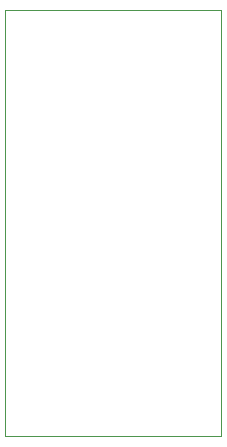
<source format=gm1>
G04 #@! TF.GenerationSoftware,KiCad,Pcbnew,(5.1.4)-1*
G04 #@! TF.CreationDate,2019-12-18T21:33:12+01:00*
G04 #@! TF.ProjectId,ser,7365722e-6b69-4636-9164-5f7063625858,rev?*
G04 #@! TF.SameCoordinates,Original*
G04 #@! TF.FileFunction,Profile,NP*
%FSLAX46Y46*%
G04 Gerber Fmt 4.6, Leading zero omitted, Abs format (unit mm)*
G04 Created by KiCad (PCBNEW (5.1.4)-1) date 2019-12-18 21:33:12*
%MOMM*%
%LPD*%
G04 APERTURE LIST*
%ADD10C,0.001000*%
G04 APERTURE END LIST*
D10*
X148107400Y-84836000D02*
X129819400Y-84836000D01*
X148107400Y-120904000D02*
X148107400Y-84836000D01*
X129819400Y-120904000D02*
X148107400Y-120904000D01*
X129819400Y-84836000D02*
X129819400Y-120904000D01*
M02*

</source>
